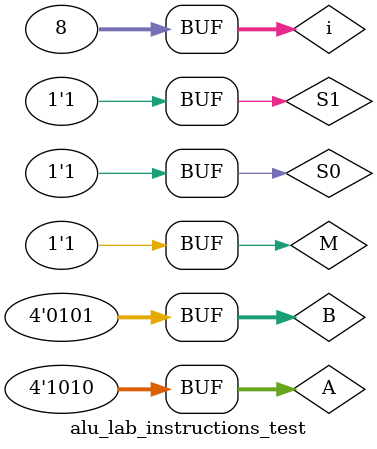
<source format=v>

`timescale 1ns / 1ps

module alu_lab_instructions_test();

// Inputs
   reg [3:0] A = 0;
   reg [3:0] B = 0;
   reg M = 0;
   reg S1 = 0;
   reg S0 = 0;
	integer i;

// Output
   wire c_out;
   wire [3:0] SUM;

// Bidirs

// Instantiate the UUT
   alu_lab_instructions UUT (
		.A(A), 
		.B(B), 
		.M(M), 
		.S1(S1), 
		.S0(S0), 
		.c_out(c_out), 
		.SUM(SUM)
   );
// Initialize Inputs
       initial begin
			A = 4'b1010;
			B = 4'b0101;
			#50;
			for (i = 0; i<(1<<3); i=i+1)
				begin
				{M,S1,S0} = i;
				#50;
				end
		 end
endmodule

</source>
